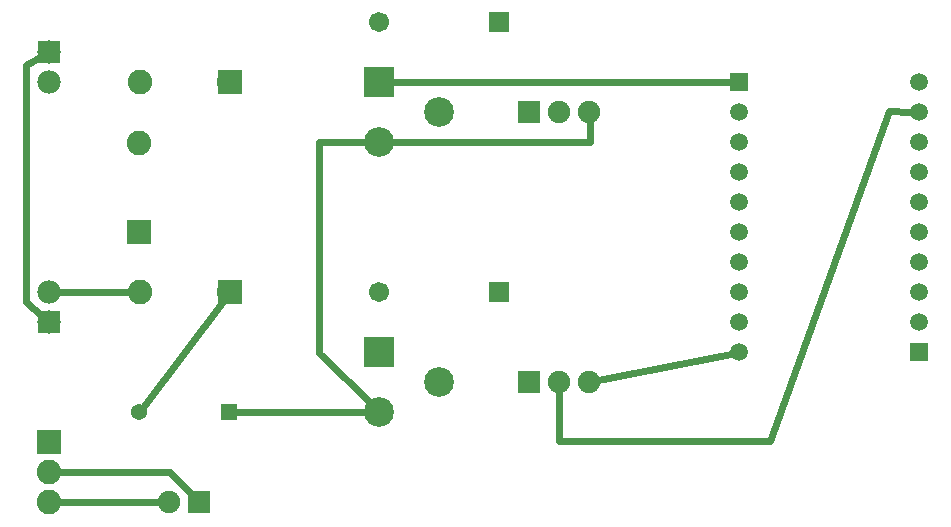
<source format=gtl>
G04 MADE WITH FRITZING*
G04 WWW.FRITZING.ORG*
G04 DOUBLE SIDED*
G04 HOLES PLATED*
G04 CONTOUR ON CENTER OF CONTOUR VECTOR*
%ASAXBY*%
%FSLAX23Y23*%
%MOIN*%
%OFA0B0*%
%SFA1.0B1.0*%
%ADD10C,0.082000*%
%ADD11C,0.075000*%
%ADD12C,0.099000*%
%ADD13C,0.078000*%
%ADD14C,0.054000*%
%ADD15C,0.067000*%
%ADD16C,0.059000*%
%ADD17R,0.082000X0.082000*%
%ADD18R,0.075000X0.075000*%
%ADD19R,0.099000X0.099000*%
%ADD20R,0.078000X0.078000*%
%ADD21R,0.054000X0.054000*%
%ADD22R,0.067000X0.067000*%
%ADD23R,0.059000X0.059000*%
%ADD24C,0.024000*%
%LNCOPPER1*%
G90*
G70*
G54D10*
X533Y2076D03*
X533Y2374D03*
X833Y1876D03*
X535Y1876D03*
X833Y2576D03*
X535Y2576D03*
G54D11*
X2033Y2476D03*
X1933Y2476D03*
X1833Y2476D03*
G54D12*
X1333Y2376D03*
X1333Y2576D03*
X1533Y2476D03*
G54D13*
X233Y1776D03*
X233Y1876D03*
X233Y2676D03*
X233Y2576D03*
G54D10*
X233Y1376D03*
X233Y1276D03*
X233Y1176D03*
G54D11*
X733Y1176D03*
X633Y1176D03*
G54D14*
X833Y1476D03*
X533Y1476D03*
G54D15*
X1733Y2776D03*
X1333Y2776D03*
G54D11*
X2033Y1576D03*
X1933Y1576D03*
X1833Y1576D03*
G54D12*
X1333Y1476D03*
X1333Y1676D03*
X1533Y1576D03*
G54D15*
X1733Y1876D03*
X1333Y1876D03*
G54D16*
X2533Y2576D03*
X2533Y2476D03*
X2533Y2376D03*
X2533Y2276D03*
X2533Y2176D03*
X2533Y2076D03*
X2533Y1976D03*
X2533Y1876D03*
X2533Y1776D03*
X2533Y1676D03*
X3133Y1676D03*
X3133Y1776D03*
X3133Y1876D03*
X3133Y1976D03*
X3133Y2076D03*
X3133Y2176D03*
X3133Y2276D03*
X3133Y2376D03*
X3133Y2476D03*
X3133Y2576D03*
G54D17*
X533Y2075D03*
X834Y1876D03*
X834Y2576D03*
G54D18*
X1833Y2476D03*
G54D19*
X1333Y2576D03*
G54D20*
X233Y1776D03*
X233Y2676D03*
G54D17*
X233Y1376D03*
G54D18*
X733Y1176D03*
G54D21*
X833Y1476D03*
G54D22*
X1733Y2776D03*
G54D18*
X1833Y1576D03*
G54D19*
X1333Y1676D03*
G54D22*
X1733Y1876D03*
G54D23*
X2533Y2576D03*
X3133Y1676D03*
G54D24*
X263Y1876D02*
X503Y1876D01*
D02*
X814Y1851D02*
X549Y1497D01*
D02*
X1302Y1476D02*
X859Y1476D01*
D02*
X265Y1276D02*
X634Y1277D01*
D02*
X634Y1277D02*
X713Y1197D01*
D02*
X2504Y1671D02*
X2061Y1582D01*
D02*
X1302Y2376D02*
X1133Y2377D01*
D02*
X1133Y2377D02*
X1133Y1674D01*
D02*
X1133Y1674D02*
X1311Y1499D01*
D02*
X2034Y2448D02*
X2035Y2377D01*
D02*
X2035Y2377D02*
X1365Y2376D01*
D02*
X207Y2662D02*
X156Y2634D01*
X156Y2634D02*
X156Y1842D01*
X156Y1842D02*
X210Y1796D01*
D02*
X265Y1176D02*
X605Y1176D01*
D02*
X2504Y2576D02*
X1365Y2576D01*
D02*
X3033Y2479D02*
X2636Y1379D01*
D02*
X2636Y1379D02*
X1933Y1379D01*
D02*
X3104Y2477D02*
X3033Y2479D01*
D02*
X1933Y1379D02*
X1933Y1548D01*
G04 End of Copper1*
M02*
</source>
